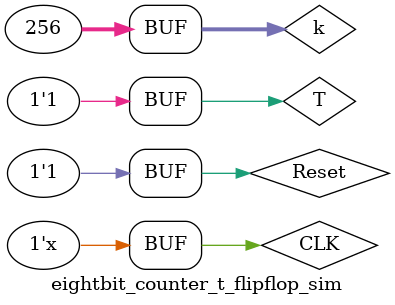
<source format=v>
`timescale 1ns / 1ps

module eightbit_counter_t_flipflop_sim;

reg CLK;
reg Reset;
reg T;
wire [7:0] Q;
integer k;

eightbit_counter_t_flipflop ttul(.CLK(CLK), .Reset(Reset), .T(T), .Q(Q));

always #1 CLK = !CLK;

initial
    begin
        // Reset low (reset), toggle low
        CLK = 0; Reset = 0; T = 0;
        for(k = 0; k < 8; k = k + 1)
            #2;
        
        // Reset low (reset), toggle high 
        CLK = 0; Reset = 0; T = 1;
        for(k = 0; k < 8; k = k + 1)
            #2;
        
        // Reset high (no reset), toggle low
        CLK = 0; Reset = 1; T = 0;
        for(k = 0; k < 8; k = k + 1)
            #2;
        
        // Reset high (no reset), toggle high
        CLK = 0; Reset = 1; T = 1;
        for(k = 0; k < 256; k = k + 1)
            #2;
    end 

endmodule

</source>
